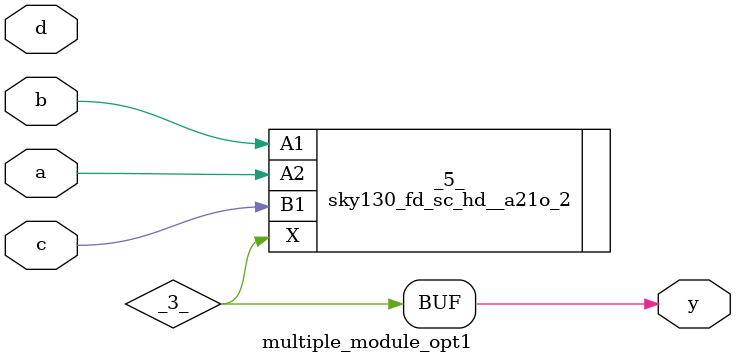
<source format=v>
/* Generated by Yosys 0.7 (git sha1 61f6811, gcc 6.2.0-11ubuntu1 -O2 -fdebug-prefix-map=/build/yosys-OIL3SR/yosys-0.7=. -fstack-protector-strong -fPIC -Os) */

module multiple_module_opt1(a, b, c, d, y);
  wire _0_;
  wire _1_;
  wire _2_;
  wire _3_;
  wire _4_;
  wire \U1.y ;
  input a;
  input b;
  input c;
  input d;
  output y;
  sky130_fd_sc_hd__a21o_2 _5_ (
    .A1(_1_),
    .A2(_4_),
    .B1(_2_),
    .X(_3_)
  );
  assign _1_ = b;
  assign _2_ = c;
  assign y = _3_;
  assign _4_ = a;
endmodule

</source>
